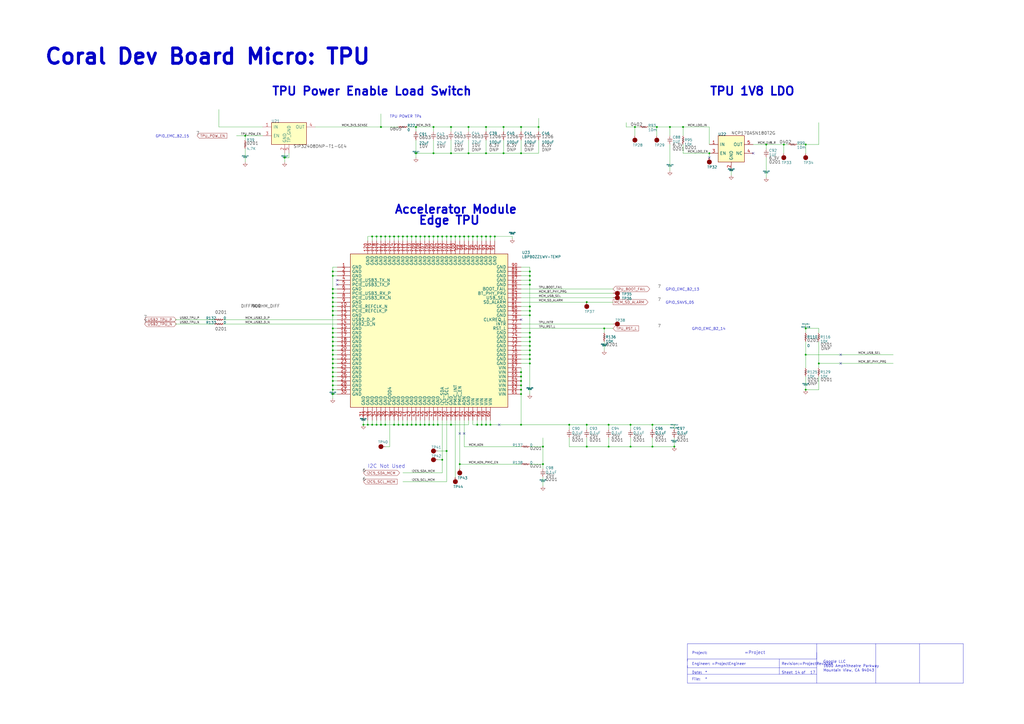
<source format=kicad_sch>
(kicad_sch (version 20230121) (generator eeschema)
  (paper "A2")
  (title_block (title "14 TPU-SchDoc") (date "31 01 2024"))
  (junction (at 340.36 259.08))
  (junction (at 223.52 246.38))
  (junction (at 251.46 246.38))
  (junction (at 246.38 137.16))
  (junction (at 302.26 223.52))
  (junction (at 193.04 223.52))
  (junction (at 302.26 73.66))
  (junction (at 388.62 73.66))
  (junction (at 411.48 88.9))
  (junction (at 193.04 200.66))
  (junction (at 353.06 246.38))
  (junction (at 142.24 78.74))
  (junction (at 248.92 137.16))
  (junction (at 307.34 182.88))
  (junction (at 276.86 246.38))
  (junction (at 261.62 137.16))
  (junction (at 264.16 137.16))
  (junction (at 302.26 226.06))
  (junction (at 474.98 210.82))
  (junction (at 228.6 137.16))
  (junction (at 193.04 218.44))
  (junction (at 307.34 208.28))
  (junction (at 193.04 215.9))
  (junction (at 281.94 88.9))
  (junction (at 193.04 198.12))
  (junction (at 193.04 213.36))
  (junction (at 256.54 266.7))
  (junction (at 220.98 73.66))
  (junction (at 220.98 137.16))
  (junction (at 261.62 246.38))
  (junction (at 236.22 246.38))
  (junction (at 223.52 137.16))
  (junction (at 238.76 137.16))
  (junction (at 251.46 137.16))
  (junction (at 220.98 246.38))
  (junction (at 307.34 157.48))
  (junction (at 302.26 228.6))
  (junction (at 284.48 246.38))
  (junction (at 193.04 195.58))
  (junction (at 193.04 177.8))
  (junction (at 210.82 246.38))
  (junction (at 340.36 175.26))
  (junction (at 271.78 137.16))
  (junction (at 193.04 210.82))
  (junction (at 467.36 190.5))
  (junction (at 391.16 259.08))
  (junction (at 218.44 137.16))
  (junction (at 251.46 88.9))
  (junction (at 396.24 73.66))
  (junction (at 284.48 137.16))
  (junction (at 271.78 73.66))
  (junction (at 233.68 137.16))
  (junction (at 365.76 259.08))
  (junction (at 241.3 88.9))
  (junction (at 266.7 269.24))
  (junction (at 218.44 246.38))
  (junction (at 287.02 137.16))
  (junction (at 213.36 246.38))
  (junction (at 193.04 228.6))
  (junction (at 226.06 137.16))
  (junction (at 271.78 88.9))
  (junction (at 193.04 167.64))
  (junction (at 365.76 246.38))
  (junction (at 467.36 226.06))
  (junction (at 307.34 193.04))
  (junction (at 228.6 246.38))
  (junction (at 243.84 246.38))
  (junction (at 281.94 137.16))
  (junction (at 292.1 88.9))
  (junction (at 193.04 220.98))
  (junction (at 302.26 246.38))
  (junction (at 231.14 246.38))
  (junction (at 233.68 246.38))
  (junction (at 467.36 205.74))
  (junction (at 261.62 88.9))
  (junction (at 276.86 137.16))
  (junction (at 193.04 208.28))
  (junction (at 314.96 259.08))
  (junction (at 368.3 73.66))
  (junction (at 307.34 210.82))
  (junction (at 236.22 137.16))
  (junction (at 302.26 215.9))
  (junction (at 266.7 137.16))
  (junction (at 314.96 269.24))
  (junction (at 454.66 83.82))
  (junction (at 350.52 190.5))
  (junction (at 307.34 162.56))
  (junction (at 307.34 198.12))
  (junction (at 246.38 246.38))
  (junction (at 307.34 200.66))
  (junction (at 256.54 137.16))
  (junction (at 302.26 220.98))
  (junction (at 193.04 203.2))
  (junction (at 281.94 73.66))
  (junction (at 248.92 246.38))
  (junction (at 467.36 83.82))
  (junction (at 254 246.38))
  (junction (at 292.1 73.66))
  (junction (at 243.84 137.16))
  (junction (at 193.04 170.18))
  (junction (at 302.26 218.44))
  (junction (at 193.04 175.26))
  (junction (at 241.3 246.38))
  (junction (at 307.34 205.74))
  (junction (at 353.06 259.08))
  (junction (at 269.24 137.16))
  (junction (at 193.04 157.48))
  (junction (at 307.34 177.8))
  (junction (at 259.08 137.16))
  (junction (at 307.34 180.34))
  (junction (at 241.3 73.66))
  (junction (at 279.4 246.38))
  (junction (at 274.32 137.16))
  (junction (at 193.04 193.04))
  (junction (at 193.04 205.74))
  (junction (at 254 137.16))
  (junction (at 215.9 137.16))
  (junction (at 281.94 246.38))
  (junction (at 193.04 190.5))
  (junction (at 193.04 182.88))
  (junction (at 261.62 73.66))
  (junction (at 279.4 137.16))
  (junction (at 165.1 91.44))
  (junction (at 193.04 160.02))
  (junction (at 340.36 246.38))
  (junction (at 259.08 261.62))
  (junction (at 378.46 259.08))
  (junction (at 251.46 73.66))
  (junction (at 193.04 226.06))
  (junction (at 307.34 160.02))
  (junction (at 381 73.66))
  (junction (at 330.2 246.38))
  (junction (at 193.04 180.34))
  (junction (at 312.42 73.66))
  (junction (at 241.3 137.16))
  (junction (at 215.9 246.38))
  (junction (at 238.76 246.38))
  (junction (at 193.04 172.72))
  (junction (at 307.34 195.58))
  (junction (at 302.26 88.9))
  (junction (at 444.5 83.82))
  (junction (at 231.14 137.16))
  (junction (at 307.34 165.1))
  (junction (at 307.34 203.2))
  (junction (at 378.46 246.38))
  (no_connect (at 487.68 205.74))
  (no_connect (at 195.58 162.56))
  (no_connect (at 302.26 185.42))
  (no_connect (at 411.48 91.44))
  (no_connect (at 195.58 165.1))
  (no_connect (at 266.7 251.46))
  (no_connect (at 289.56 246.38))
  (no_connect (at 487.68 210.82))
  (no_connect (at 436.88 88.9))
  (no_connect (at 269.24 251.46))
  (wire (pts (xy 271.78 88.9) (xy 261.62 88.9)))
  (wire (pts (xy 302.26 259.08) (xy 269.24 259.08)))
  (wire (pts (xy 424.18 99.06) (xy 424.18 101.6)))
  (wire (pts (xy 307.34 228.6) (xy 307.34 210.82)))
  (wire (pts (xy 193.04 228.6) (xy 193.04 226.06)))
  (wire (pts (xy 467.36 190.5) (xy 467.36 187.96)))
  (wire (pts (xy 302.26 223.52) (xy 302.26 220.98)))
  (wire (pts (xy 215.9 246.38) (xy 213.36 246.38)))
  (wire (pts (xy 276.86 246.38) (xy 279.4 246.38)))
  (wire (pts (xy 236.22 243.84) (xy 236.22 246.38)))
  (wire (pts (xy 254 139.7) (xy 254 137.16)))
  (wire (pts (xy 193.04 198.12) (xy 193.04 195.58)))
  (wire (pts (xy 292.1 73.66) (xy 292.1 76.2)))
  (wire (pts (xy 370.84 73.66) (xy 368.3 73.66)))
  (wire (pts (xy 302.26 226.06) (xy 302.26 223.52)))
  (wire (pts (xy 279.4 243.84) (xy 279.4 246.38)))
  (wire (pts (xy 474.98 190.5) (xy 474.98 193.04)))
  (wire (pts (xy 238.76 139.7) (xy 238.76 137.16)))
  (wire (pts (xy 195.58 200.66) (xy 193.04 200.66)))
  (polyline (pts (xy 398.78 387.35) (xy 398.78 386.08)))
  (wire (pts (xy 271.78 246.38) (xy 261.62 246.38)))
  (wire (pts (xy 261.62 137.16) (xy 259.08 137.16)))
  (wire (pts (xy 307.34 208.28) (xy 307.34 205.74)))
  (wire (pts (xy 378.46 259.08) (xy 391.16 259.08)))
  (polyline (pts (xy 398.78 396.24) (xy 398.78 373.38)))
  (polyline (pts (xy 452.12 391.16) (xy 452.12 382.27)))
  (wire (pts (xy 195.58 198.12) (xy 193.04 198.12)))
  (wire (pts (xy 271.78 88.9) (xy 271.78 81.28)))
  (wire (pts (xy 210.82 246.38) (xy 210.82 243.84)))
  (wire (pts (xy 381 73.66) (xy 381 78.74)))
  (polyline (pts (xy 398.78 391.16) (xy 473.71 391.16)))
  (wire (pts (xy 474.98 210.82) (xy 474.98 213.36)))
  (wire (pts (xy 195.58 218.44) (xy 193.04 218.44)))
  (wire (pts (xy 411.48 73.66) (xy 396.24 73.66)))
  (wire (pts (xy 243.84 139.7) (xy 243.84 137.16)))
  (wire (pts (xy 266.7 269.24) (xy 266.7 243.84)))
  (wire (pts (xy 388.62 73.66) (xy 388.62 78.74)))
  (wire (pts (xy 474.98 226.06) (xy 467.36 226.06)))
  (wire (pts (xy 152.4 73.66) (xy 127 73.66)))
  (wire (pts (xy 302.26 200.66) (xy 307.34 200.66)))
  (wire (pts (xy 261.62 76.2) (xy 261.62 73.66)))
  (wire (pts (xy 218.44 246.38) (xy 215.9 246.38)))
  (wire (pts (xy 167.64 91.44) (xy 167.64 88.9)))
  (wire (pts (xy 259.08 243.84) (xy 259.08 261.62)))
  (wire (pts (xy 259.08 261.62) (xy 254 261.62)))
  (wire (pts (xy 302.26 88.9) (xy 292.1 88.9)))
  (wire (pts (xy 195.58 208.28) (xy 193.04 208.28)))
  (wire (pts (xy 307.34 193.04) (xy 302.26 193.04)))
  (wire (pts (xy 271.78 137.16) (xy 269.24 137.16)))
  (wire (pts (xy 368.3 73.66) (xy 363.22 73.66)))
  (wire (pts (xy 302.26 190.5) (xy 350.52 190.5)))
  (wire (pts (xy 378.46 259.08) (xy 378.46 254)))
  (wire (pts (xy 274.32 246.38) (xy 276.86 246.38)))
  (wire (pts (xy 281.94 88.9) (xy 271.78 88.9)))
  (wire (pts (xy 330.2 259.08) (xy 330.2 254)))
  (wire (pts (xy 248.92 243.84) (xy 248.92 246.38)))
  (wire (pts (xy 193.04 170.18) (xy 195.58 170.18)))
  (wire (pts (xy 246.38 243.84) (xy 246.38 246.38)))
  (wire (pts (xy 231.14 137.16) (xy 228.6 137.16)))
  (wire (pts (xy 314.96 269.24) (xy 307.34 269.24)))
  (wire (pts (xy 261.62 246.38) (xy 261.62 243.84)))
  (wire (pts (xy 193.04 167.64) (xy 195.58 167.64)))
  (wire (pts (xy 193.04 157.48) (xy 193.04 154.94)))
  (wire (pts (xy 195.58 172.72) (xy 193.04 172.72)))
  (wire (pts (xy 353.06 259.08) (xy 365.76 259.08)))
  (wire (pts (xy 391.16 246.38) (xy 391.16 248.92)))
  (polyline (pts (xy 473.71 396.24) (xy 473.71 391.16)))
  (wire (pts (xy 264.16 139.7) (xy 264.16 137.16)))
  (polyline (pts (xy 473.71 387.35) (xy 398.78 387.35)))
  (wire (pts (xy 241.3 246.38) (xy 238.76 246.38)))
  (wire (pts (xy 365.76 246.38) (xy 365.76 248.92)))
  (wire (pts (xy 193.04 220.98) (xy 193.04 218.44)))
  (wire (pts (xy 213.36 137.16) (xy 213.36 139.7)))
  (wire (pts (xy 444.5 83.82) (xy 444.5 86.36)))
  (wire (pts (xy 254 137.16) (xy 251.46 137.16)))
  (wire (pts (xy 266.7 137.16) (xy 264.16 137.16)))
  (wire (pts (xy 340.36 246.38) (xy 340.36 248.92)))
  (wire (pts (xy 467.36 193.04) (xy 467.36 190.5)))
  (wire (pts (xy 228.6 246.38) (xy 228.6 243.84)))
  (wire (pts (xy 223.52 137.16) (xy 220.98 137.16)))
  (wire (pts (xy 193.04 223.52) (xy 193.04 220.98)))
  (wire (pts (xy 246.38 246.38) (xy 243.84 246.38)))
  (wire (pts (xy 474.98 218.44) (xy 474.98 226.06)))
  (wire (pts (xy 193.04 205.74) (xy 193.04 203.2)))
  (wire (pts (xy 254 246.38) (xy 251.46 246.38)))
  (wire (pts (xy 279.4 246.38) (xy 281.94 246.38)))
  (wire (pts (xy 246.38 137.16) (xy 243.84 137.16)))
  (wire (pts (xy 355.6 167.64) (xy 302.26 167.64)))
  (wire (pts (xy 287.02 139.7) (xy 287.02 137.16)))
  (wire (pts (xy 215.9 243.84) (xy 215.9 246.38)))
  (wire (pts (xy 302.26 215.9) (xy 302.26 213.36)))
  (wire (pts (xy 365.76 254) (xy 365.76 259.08)))
  (wire (pts (xy 307.34 203.2) (xy 307.34 200.66)))
  (wire (pts (xy 241.3 88.9) (xy 241.3 91.44)))
  (wire (pts (xy 228.6 139.7) (xy 228.6 137.16)))
  (wire (pts (xy 261.62 73.66) (xy 251.46 73.66)))
  (wire (pts (xy 193.04 182.88) (xy 193.04 190.5)))
  (wire (pts (xy 271.78 139.7) (xy 271.78 137.16)))
  (wire (pts (xy 302.26 246.38) (xy 302.26 228.6)))
  (wire (pts (xy 223.52 246.38) (xy 220.98 246.38)))
  (wire (pts (xy 195.58 195.58) (xy 193.04 195.58)))
  (polyline (pts (xy 473.71 373.38) (xy 473.71 382.27)))
  (wire (pts (xy 314.96 271.78) (xy 314.96 269.24)))
  (wire (pts (xy 355.6 190.5) (xy 350.52 190.5)))
  (wire (pts (xy 233.68 139.7) (xy 233.68 137.16)))
  (wire (pts (xy 292.1 73.66) (xy 281.94 73.66)))
  (polyline (pts (xy 473.71 382.27) (xy 398.78 382.27)))
  (wire (pts (xy 193.04 205.74) (xy 193.04 208.28)))
  (wire (pts (xy 251.46 73.66) (xy 251.46 76.2)))
  (wire (pts (xy 281.94 76.2) (xy 281.94 73.66)))
  (wire (pts (xy 307.34 182.88) (xy 307.34 180.34)))
  (wire (pts (xy 312.42 73.66) (xy 302.26 73.66)))
  (wire (pts (xy 231.14 246.38) (xy 231.14 243.84)))
  (wire (pts (xy 284.48 246.38) (xy 302.26 246.38)))
  (wire (pts (xy 218.44 137.16) (xy 215.9 137.16)))
  (wire (pts (xy 165.1 91.44) (xy 167.64 91.44)))
  (polyline (pts (xy 473.71 391.16) (xy 473.71 387.35)))
  (wire (pts (xy 195.58 228.6) (xy 193.04 228.6)))
  (wire (pts (xy 195.58 182.88) (xy 193.04 182.88)))
  (wire (pts (xy 307.34 157.48) (xy 307.34 154.94)))
  (wire (pts (xy 302.26 182.88) (xy 307.34 182.88)))
  (wire (pts (xy 340.36 254) (xy 340.36 259.08)))
  (wire (pts (xy 467.36 83.82) (xy 467.36 88.9)))
  (polyline (pts (xy 533.4 396.24) (xy 533.4 373.38)))
  (wire (pts (xy 251.46 246.38) (xy 248.92 246.38)))
  (wire (pts (xy 193.04 218.44) (xy 193.04 215.9)))
  (wire (pts (xy 193.04 154.94) (xy 195.58 154.94)))
  (wire (pts (xy 378.46 248.92) (xy 378.46 246.38)))
  (wire (pts (xy 142.24 78.74) (xy 137.16 78.74)))
  (wire (pts (xy 233.68 243.84) (xy 233.68 246.38)))
  (wire (pts (xy 259.08 139.7) (xy 259.08 137.16)))
  (wire (pts (xy 454.66 83.82) (xy 444.5 83.82)))
  (wire (pts (xy 276.86 137.16) (xy 274.32 137.16)))
  (wire (pts (xy 248.92 139.7) (xy 248.92 137.16)))
  (wire (pts (xy 297.18 138.43) (xy 297.18 137.16)))
  (wire (pts (xy 213.36 246.38) (xy 210.82 246.38)))
  (wire (pts (xy 256.54 274.32) (xy 256.54 266.7)))
  (wire (pts (xy 381 73.66) (xy 375.92 73.66)))
  (wire (pts (xy 474.98 71.12) (xy 474.98 83.82)))
  (wire (pts (xy 220.98 139.7) (xy 220.98 137.16)))
  (wire (pts (xy 223.52 259.08) (xy 226.06 259.08)))
  (wire (pts (xy 340.36 246.38) (xy 353.06 246.38)))
  (wire (pts (xy 302.26 218.44) (xy 302.26 215.9)))
  (wire (pts (xy 241.3 73.66) (xy 236.22 73.66)))
  (wire (pts (xy 243.84 246.38) (xy 241.3 246.38)))
  (wire (pts (xy 243.84 137.16) (xy 241.3 137.16)))
  (wire (pts (xy 251.46 243.84) (xy 251.46 246.38)))
  (wire (pts (xy 248.92 246.38) (xy 246.38 246.38)))
  (wire (pts (xy 302.26 269.24) (xy 266.7 269.24)))
  (wire (pts (xy 302.26 220.98) (xy 302.26 218.44)))
  (wire (pts (xy 228.6 246.38) (xy 223.52 246.38)))
  (wire (pts (xy 274.32 243.84) (xy 274.32 246.38)))
  (wire (pts (xy 152.4 78.74) (xy 142.24 78.74)))
  (wire (pts (xy 307.34 154.94) (xy 302.26 154.94)))
  (wire (pts (xy 314.96 281.94) (xy 314.96 276.86)))
  (wire (pts (xy 220.98 73.66) (xy 220.98 66.04)))
  (wire (pts (xy 350.52 198.12) (xy 350.52 203.2)))
  (wire (pts (xy 269.24 137.16) (xy 266.7 137.16)))
  (wire (pts (xy 355.6 170.18) (xy 302.26 170.18)))
  (wire (pts (xy 195.58 226.06) (xy 193.04 226.06)))
  (wire (pts (xy 307.34 177.8) (xy 307.34 165.1)))
  (wire (pts (xy 302.26 177.8) (xy 307.34 177.8)))
  (wire (pts (xy 215.9 137.16) (xy 213.36 137.16)))
  (wire (pts (xy 467.36 198.12) (xy 467.36 205.74)))
  (wire (pts (xy 302.26 175.26) (xy 340.36 175.26)))
  (wire (pts (xy 391.16 259.08) (xy 391.16 254)))
  (wire (pts (xy 142.24 78.74) (xy 142.24 81.28)))
  (wire (pts (xy 396.24 88.9) (xy 411.48 88.9)))
  (wire (pts (xy 246.38 139.7) (xy 246.38 137.16)))
  (wire (pts (xy 287.02 137.16) (xy 284.48 137.16)))
  (wire (pts (xy 363.22 73.66) (xy 363.22 71.12)))
  (wire (pts (xy 312.42 68.58) (xy 312.42 73.66)))
  (wire (pts (xy 281.94 88.9) (xy 281.94 81.28)))
  (wire (pts (xy 241.3 81.28) (xy 241.3 88.9)))
  (wire (pts (xy 195.58 193.04) (xy 193.04 193.04)))
  (wire (pts (xy 193.04 160.02) (xy 193.04 157.48)))
  (wire (pts (xy 314.96 259.08) (xy 307.34 259.08)))
  (wire (pts (xy 365.76 246.38) (xy 378.46 246.38)))
  (wire (pts (xy 218.44 243.84) (xy 218.44 246.38)))
  (wire (pts (xy 243.84 243.84) (xy 243.84 246.38)))
  (wire (pts (xy 142.24 93.98) (xy 142.24 86.36)))
  (wire (pts (xy 302.26 195.58) (xy 307.34 195.58)))
  (wire (pts (xy 193.04 210.82) (xy 193.04 208.28)))
  (wire (pts (xy 195.58 160.02) (xy 193.04 160.02)))
  (wire (pts (xy 231.14 139.7) (xy 231.14 137.16)))
  (wire (pts (xy 195.58 220.98) (xy 193.04 220.98)))
  (wire (pts (xy 444.5 91.44) (xy 444.5 102.87)))
  (wire (pts (xy 353.06 259.08) (xy 353.06 254)))
  (wire (pts (xy 259.08 279.4) (xy 233.68 279.4)))
  (wire (pts (xy 251.46 88.9) (xy 251.46 81.28)))
  (wire (pts (xy 284.48 139.7) (xy 284.48 137.16)))
  (wire (pts (xy 340.36 175.26) (xy 355.6 175.26)))
  (wire (pts (xy 411.48 88.9) (xy 411.48 91.44)))
  (wire (pts (xy 248.92 137.16) (xy 246.38 137.16)))
  (wire (pts (xy 165.1 93.98) (xy 165.1 91.44)))
  (wire (pts (xy 233.68 137.16) (xy 231.14 137.16)))
  (wire (pts (xy 241.3 139.7) (xy 241.3 137.16)))
  (wire (pts (xy 302.26 157.48) (xy 307.34 157.48)))
  (wire (pts (xy 236.22 246.38) (xy 233.68 246.38)))
  (wire (pts (xy 284.48 137.16) (xy 281.94 137.16)))
  (wire (pts (xy 518.16 205.74) (xy 467.36 205.74)))
  (wire (pts (xy 238.76 137.16) (xy 236.22 137.16)))
  (wire (pts (xy 302.26 160.02) (xy 307.34 160.02)))
  (wire (pts (xy 467.36 205.74) (xy 467.36 213.36)))
  (wire (pts (xy 281.94 139.7) (xy 281.94 137.16)))
  (wire (pts (xy 241.3 76.2) (xy 241.3 73.66)))
  (wire (pts (xy 269.24 139.7) (xy 269.24 137.16)))
  (wire (pts (xy 365.76 259.08) (xy 378.46 259.08)))
  (wire (pts (xy 292.1 81.28) (xy 292.1 88.9)))
  (wire (pts (xy 388.62 99.06) (xy 388.62 83.82)))
  (wire (pts (xy 307.34 200.66) (xy 307.34 198.12)))
  (wire (pts (xy 307.34 177.8) (xy 307.34 180.34)))
  (wire (pts (xy 251.46 137.16) (xy 248.92 137.16)))
  (wire (pts (xy 302.26 228.6) (xy 302.26 226.06)))
  (polyline (pts (xy 398.78 396.24) (xy 558.8 396.24)))
  (wire (pts (xy 193.04 177.8) (xy 193.04 180.34)))
  (wire (pts (xy 228.6 137.16) (xy 226.06 137.16)))
  (wire (pts (xy 388.62 73.66) (xy 381 73.66)))
  (wire (pts (xy 314.96 254) (xy 314.96 259.08)))
  (wire (pts (xy 124.46 185.42) (xy 101.6 185.42)))
  (wire (pts (xy 259.08 261.62) (xy 259.08 279.4)))
  (wire (pts (xy 226.06 137.16) (xy 223.52 137.16)))
  (wire (pts (xy 193.04 172.72) (xy 193.04 175.26)))
  (wire (pts (xy 193.04 172.72) (xy 193.04 170.18)))
  (wire (pts (xy 411.48 83.82) (xy 411.48 73.66)))
  (polyline (pts (xy 508 396.24) (xy 508 373.38)))
  (wire (pts (xy 281.94 73.66) (xy 271.78 73.66)))
  (wire (pts (xy 233.68 246.38) (xy 231.14 246.38)))
  (wire (pts (xy 193.04 182.88) (xy 193.04 180.34)))
  (wire (pts (xy 271.78 243.84) (xy 271.78 246.38)))
  (wire (pts (xy 193.04 200.66) (xy 193.04 203.2)))
  (wire (pts (xy 302.26 162.56) (xy 307.34 162.56)))
  (wire (pts (xy 518.16 210.82) (xy 474.98 210.82)))
  (wire (pts (xy 251.46 88.9) (xy 241.3 88.9)))
  (wire (pts (xy 274.32 137.16) (xy 271.78 137.16)))
  (wire (pts (xy 193.04 170.18) (xy 193.04 167.64)))
  (wire (pts (xy 195.58 205.74) (xy 193.04 205.74)))
  (wire (pts (xy 195.58 203.2) (xy 193.04 203.2)))
  (wire (pts (xy 193.04 231.14) (xy 193.04 228.6)))
  (wire (pts (xy 261.62 88.9) (xy 251.46 88.9)))
  (wire (pts (xy 467.36 190.5) (xy 474.98 190.5)))
  (wire (pts (xy 266.7 139.7) (xy 266.7 137.16)))
  (wire (pts (xy 307.34 195.58) (xy 307.34 193.04)))
  (wire (pts (xy 124.46 187.96) (xy 101.6 187.96)))
  (polyline (pts (xy 398.78 373.38) (xy 558.8 373.38)))
  (wire (pts (xy 195.58 187.96) (xy 129.54 187.96)))
  (wire (pts (xy 302.26 76.2) (xy 302.26 73.66)))
  (wire (pts (xy 307.34 193.04) (xy 307.34 182.88)))
  (wire (pts (xy 193.04 215.9) (xy 193.04 213.36)))
  (wire (pts (xy 195.58 223.52) (xy 193.04 223.52)))
  (wire (pts (xy 281.94 137.16) (xy 279.4 137.16)))
  (wire (pts (xy 241.3 137.16) (xy 238.76 137.16)))
  (wire (pts (xy 396.24 83.82) (xy 396.24 88.9)))
  (wire (pts (xy 213.36 243.84) (xy 213.36 246.38)))
  (wire (pts (xy 193.04 213.36) (xy 193.04 210.82)))
  (wire (pts (xy 474.98 210.82) (xy 474.98 198.12)))
  (wire (pts (xy 355.6 187.96) (xy 302.26 187.96)))
  (wire (pts (xy 236.22 137.16) (xy 233.68 137.16)))
  (wire (pts (xy 266.7 271.78) (xy 266.7 269.24)))
  (wire (pts (xy 307.34 160.02) (xy 307.34 157.48)))
  (wire (pts (xy 353.06 248.92) (xy 353.06 246.38)))
  (wire (pts (xy 292.1 88.9) (xy 281.94 88.9)))
  (wire (pts (xy 274.32 139.7) (xy 274.32 137.16)))
  (wire (pts (xy 353.06 246.38) (xy 365.76 246.38)))
  (wire (pts (xy 312.42 88.9) (xy 302.26 88.9)))
  (wire (pts (xy 193.04 200.66) (xy 193.04 198.12)))
  (wire (pts (xy 261.62 81.28) (xy 261.62 88.9)))
  (wire (pts (xy 264.16 276.86) (xy 264.16 243.84)))
  (wire (pts (xy 231.14 73.66) (xy 220.98 73.66)))
  (wire (pts (xy 312.42 81.28) (xy 312.42 88.9)))
  (wire (pts (xy 236.22 139.7) (xy 236.22 137.16)))
  (wire (pts (xy 307.34 165.1) (xy 307.34 162.56)))
  (polyline (pts (xy 473.71 378.46) (xy 473.71 387.35)))
  (wire (pts (xy 220.98 243.84) (xy 220.98 246.38)))
  (polyline (pts (xy 558.8 396.24) (xy 558.8 373.38)))
  (wire (pts (xy 226.06 259.08) (xy 226.06 243.84)))
  (wire (pts (xy 259.08 137.16) (xy 256.54 137.16)))
  (wire (pts (xy 256.54 139.7) (xy 256.54 137.16)))
  (wire (pts (xy 251.46 73.66) (xy 241.3 73.66)))
  (wire (pts (xy 302.26 172.72) (xy 355.6 172.72)))
  (wire (pts (xy 340.36 259.08) (xy 330.2 259.08)))
  (wire (pts (xy 279.4 139.7) (xy 279.4 137.16)))
  (wire (pts (xy 226.06 139.7) (xy 226.06 137.16)))
  (wire (pts (xy 195.58 185.42) (xy 129.54 185.42)))
  (wire (pts (xy 281.94 243.84) (xy 281.94 246.38)))
  (wire (pts (xy 467.36 226.06) (xy 467.36 218.44)))
  (wire (pts (xy 276.86 139.7) (xy 276.86 137.16)))
  (wire (pts (xy 350.52 190.5) (xy 350.52 193.04)))
  (wire (pts (xy 233.68 274.32) (xy 256.54 274.32)))
  (wire (pts (xy 256.54 266.7) (xy 256.54 243.84)))
  (wire (pts (xy 314.96 259.08) (xy 314.96 269.24)))
  (wire (pts (xy 312.42 76.2) (xy 312.42 73.66)))
  (wire (pts (xy 193.04 175.26) (xy 193.04 177.8)))
  (polyline (pts (xy 398.78 382.27) (xy 398.78 383.54)))
  (wire (pts (xy 276.86 243.84) (xy 276.86 246.38)))
  (wire (pts (xy 193.04 167.64) (xy 193.04 160.02)))
  (wire (pts (xy 165.1 91.44) (xy 165.1 88.9)))
  (wire (pts (xy 297.18 137.16) (xy 287.02 137.16)))
  (wire (pts (xy 302.26 208.28) (xy 307.34 208.28)))
  (wire (pts (xy 261.62 139.7) (xy 261.62 137.16)))
  (wire (pts (xy 193.04 157.48) (xy 195.58 157.48)))
  (wire (pts (xy 223.52 243.84) (xy 223.52 246.38)))
  (wire (pts (xy 223.52 139.7) (xy 223.52 137.16)))
  (wire (pts (xy 302.26 165.1) (xy 307.34 165.1)))
  (wire (pts (xy 302.26 198.12) (xy 307.34 198.12)))
  (wire (pts (xy 220.98 246.38) (xy 218.44 246.38)))
  (wire (pts (xy 256.54 266.7) (xy 254 266.7)))
  (wire (pts (xy 302.26 203.2) (xy 307.34 203.2)))
  (wire (pts (xy 307.34 180.34) (xy 302.26 180.34)))
  (wire (pts (xy 378.46 246.38) (xy 391.16 246.38)))
  (wire (pts (xy 340.36 259.08) (xy 353.06 259.08)))
  (wire (pts (xy 302.26 73.66) (xy 292.1 73.66)))
  (wire (pts (xy 454.66 83.82) (xy 454.66 88.9)))
  (wire (pts (xy 302.26 210.82) (xy 307.34 210.82)))
  (wire (pts (xy 396.24 73.66) (xy 396.24 78.74)))
  (wire (pts (xy 269.24 259.08) (xy 269.24 243.84)))
  (wire (pts (xy 241.3 243.84) (xy 241.3 246.38)))
  (wire (pts (xy 195.58 180.34) (xy 193.04 180.34)))
  (wire (pts (xy 220.98 73.66) (xy 182.88 73.66)))
  (wire (pts (xy 238.76 246.38) (xy 236.22 246.38)))
  (wire (pts (xy 279.4 137.16) (xy 276.86 137.16)))
  (wire (pts (xy 256.54 137.16) (xy 254 137.16)))
  (wire (pts (xy 368.3 73.66) (xy 368.3 78.74)))
  (wire (pts (xy 330.2 246.38) (xy 330.2 248.92)))
  (wire (pts (xy 302.26 246.38) (xy 330.2 246.38)))
  (wire (pts (xy 330.2 246.38) (xy 340.36 246.38)))
  (wire (pts (xy 307.34 198.12) (xy 307.34 195.58)))
  (wire (pts (xy 127 73.66) (xy 127 63.5)))
  (wire (pts (xy 457.2 83.82) (xy 454.66 83.82)))
  (wire (pts (xy 467.36 83.82) (xy 462.28 83.82)))
  (wire (pts (xy 302.26 81.28) (xy 302.26 88.9)))
  (wire (pts (xy 396.24 73.66) (xy 388.62 73.66)))
  (wire (pts (xy 307.34 162.56) (xy 307.34 160.02)))
  (wire (pts (xy 302.26 205.74) (xy 307.34 205.74)))
  (wire (pts (xy 271.78 73.66) (xy 271.78 76.2)))
  (wire (pts (xy 193.04 177.8) (xy 195.58 177.8)))
  (wire (pts (xy 218.44 139.7) (xy 218.44 137.16)))
  (wire (pts (xy 261.62 246.38) (xy 254 246.38)))
  (wire (pts (xy 193.04 193.04) (xy 193.04 190.5)))
  (wire (pts (xy 254 243.84) (xy 254 246.38)))
  (wire (pts (xy 195.58 210.82) (xy 193.04 210.82)))
  (wire (pts (xy 271.78 73.66) (xy 261.62 73.66)))
  (wire (pts (xy 195.58 213.36) (xy 193.04 213.36)))
  (wire (pts (xy 444.5 83.82) (xy 436.88 83.82)))
  (wire (pts (xy 474.98 83.82) (xy 467.36 83.82)))
  (wire (pts (xy 193.04 195.58) (xy 193.04 193.04)))
  (wire (pts (xy 251.46 139.7) (xy 251.46 137.16)))
  (wire (pts (xy 307.34 210.82) (xy 307.34 208.28)))
  (wire (pts (xy 193.04 190.5) (xy 195.58 190.5)))
  (wire (pts (xy 238.76 243.84) (xy 238.76 246.38)))
  (wire (pts (xy 215.9 139.7) (xy 215.9 137.16)))
  (wire (pts (xy 195.58 215.9) (xy 193.04 215.9)))
  (wire (pts (xy 284.48 243.84) (xy 284.48 246.38)))
  (wire (pts (xy 307.34 205.74) (xy 307.34 203.2)))
  (wire (pts (xy 193.04 175.26) (xy 195.58 175.26)))
  (wire (pts (xy 281.94 246.38) (xy 284.48 246.38)))
  (wire (pts (xy 193.04 226.06) (xy 193.04 223.52)))
  (wire (pts (xy 264.16 137.16) (xy 261.62 137.16)))
  (wire (pts (xy 220.98 137.16) (xy 218.44 137.16)))
  (wire (pts (xy 231.14 246.38) (xy 228.6 246.38)))
  (text "14" (at 461.01 391.16 0) (effects (font (size 1.524 1.524)) (justify left bottom)))
  (text "*" (at 408.94 394.97 0) (effects (font (size 1.524 1.524)) (justify left bottom)))
  (text "1600 Amphitheatre Parkway" (at 477.52 387.35 0) (effects (font (size 1.524 1.524)) (justify left bottom)))
  (text "Coral Dev Board Micro: TPU" (at 25.4 38.1 0) (effects (font (size 8.8392 8.8392) (thickness 1.7678) bold) (justify left bottom)))
  (text "TPU Power Enable Load Switch" (at 157.48 55.88 0) (effects (font (size 4.8768 4.8768) (thickness 0.9754) bold) (justify left bottom)))
  (text "GPIO_EMC_B2_13" (at 386.08 168.91 0) (effects (font (size 1.524 1.524)) (justify left bottom)))
  (text "Engineer:" (at 401.32 386.08 0) (effects (font (size 1.524 1.524)) (justify left bottom)))
  (text "Edge TPU" (at 242.57 130.81 0) (effects (font (size 4.8768 4.8768) (thickness 0.9754) bold) (justify left bottom)))
  (text "I2C Not Used" (at 213.36 271.78 0) (effects (font (size 2.1336 2.1336)) (justify left bottom)))
  (text "17" (at 469.9 391.16 0) (effects (font (size 1.524 1.524)) (justify left bottom)))
  (text "Revision:" (at 453.39 386.08 0) (effects (font (size 1.524 1.524)) (justify left bottom)))
  (text "Mountain View, CA 94043" (at 477.52 389.89 0) (effects (font (size 1.524 1.524)) (justify left bottom)))
  (text "Date:" (at 401.32 391.16 0) (effects (font (size 1.524 1.524)) (justify left bottom)))
  (text "GPIO_EMC_B2_15" (at 90.17 80.01 0) (effects (font (size 1.524 1.524)) (justify left bottom)))
  (text "TPU POWER TPs" (at 226.06 68.58 0) (effects (font (size 1.524 1.524)) (justify left bottom)))
  (text "TPU 1V8 LDO" (at 411.48 55.88 0) (effects (font (size 4.8768 4.8768) (thickness 0.9754) bold) (justify left bottom)))
  (text "Google LLC" (at 477.52 384.81 0) (effects (font (size 1.524 1.524)) (justify left bottom)))
  (text "*" (at 408.94 391.16 0) (effects (font (size 1.524 1.524)) (justify left bottom)))
  (text "GPIO_SNVS_05" (at 386.08 176.53 0) (effects (font (size 1.524 1.524)) (justify left bottom)))
  (text "=ProjectRevision" (at 463.55 386.08 0) (effects (font (size 1.524 1.524)) (justify left bottom)))
  (text "=ProjectEngineer" (at 412.75 386.08 0) (effects (font (size 1.524 1.524)) (justify left bottom)))
  (text "GPIO_EMC_B2_14" (at 401.32 191.77 0) (effects (font (size 1.524 1.524)) (justify left bottom)))
  (text "Sheet" (at 453.39 391.16 0) (effects (font (size 1.524 1.524)) (justify left bottom)))
  (text "Accelerator Module" (at 228.6 124.46 0) (effects (font (size 4.8768 4.8768) (thickness 0.9754) bold) (justify left bottom)))
  (text "=Project" (at 431.8 379.73 0) (effects (font (size 1.8288 1.8288)) (justify left bottom)))
  (text "Project:" (at 401.32 379.73 0) (effects (font (size 1.524 1.524)) (justify left bottom)))
  (text "File:" (at 401.32 394.97 0) (effects (font (size 1.524 1.524)) (justify left bottom)))
  (text "of" (at 464.82 391.16 0) (effects (font (size 1.524 1.524)) (justify left bottom)))
  (label "0201" (at 307.34 261.62 0) (effects (font (size 1.778 1.778))))
  (label "25V" (at 316.484 277.368 0) (effects (font (size 1.778 1.778))))
  (label "MCM_AON_PMIC_EN" (at 271.78 269.24 0) (effects (font (size 1.2192 1.2192))))
  (label "6" (at 210.312 274.32 0) (effects (font (size 1.778 1.778))))
  (label "0402" (at 365.76 73.66 0) (effects (font (size 1.778 1.778))))
  (label "10V" (at 243.078 86.36 0) (effects (font (size 1.778 1.778))))
  (label "USB2_TPU_P" (at 104.14 185.42 0) (effects (font (size 1.2192 1.2192))))
  (label "DNP" (at 476.25 203.708 0) (effects (font (size 1.778 1.778))))
  (label "0603" (at 243.078 81.28 0) (effects (font (size 1.778 1.778))))
  (label "25V" (at 354.584 254.508 0) (effects (font (size 1.778 1.778))))
  (label "0201" (at 468.122 198.882 0) (effects (font (size 1.778 1.778))))
  (label "I2C5_SDA_MCM" (at 238.76 274.32 0) (effects (font (size 1.2192 1.2192))))
  (label "25V" (at 331.724 254.508 0) (effects (font (size 1.778 1.778))))
  (label "0402" (at 452.12 83.82 0) (effects (font (size 1.778 1.778))))
  (label "6.3V" (at 446.024 93.218 0) (effects (font (size 1.778 1.778))))
  (label "0201" (at 331.724 256.794 0) (effects (font (size 1.778 1.778))))
  (label "0201" (at 446.024 95.504 0) (effects (font (size 1.778 1.778))))
  (label "0201" (at 367.284 256.794 0) (effects (font (size 1.778 1.778))))
  (label "DNP" (at 283.718 88.392 0) (effects (font (size 1.778 1.778))))
  (label "0201" (at 468.376 221.742 0) (effects (font (size 1.778 1.778))))
  (label "7" (at 381.508 175.26 0) (effects (font (size 1.778 1.778))))
  (label "7" (at 83.312 185.42 0) (effects (font (size 1.778 1.778))))
  (label "0201" (at 351.536 201.422 0) (effects (font (size 1.778 1.778))))
  (label "6.3V" (at 390.144 85.598 0) (effects (font (size 1.778 1.778))))
  (label "7" (at 381.508 190.5 0) (effects (font (size 1.778 1.778))))
  (label "1206" (at 293.878 80.772 0) (effects (font (size 1.778 1.778))))
  (label "25V" (at 379.984 254.508 0) (effects (font (size 1.778 1.778))))
  (label "6.3V" (at 304.038 85.852 0) (effects (font (size 1.778 1.778))))
  (label "7" (at 83.312 187.96 0) (effects (font (size 1.778 1.778))))
  (label "0201" (at 475.996 221.742 0) (effects (font (size 1.778 1.778))))
  (label "DNP" (at 468.63 224.028 0) (effects (font (size 1.778 1.778))))
  (label "6.3V" (at 293.878 85.852 0) (effects (font (size 1.778 1.778))))
  (label "0201" (at 124.714 182.626 0) (effects (font (size 1.778 1.778))))
  (label "MCM_USB_SEL" (at 497.84 205.74 0) (effects (font (size 1.2192 1.2192))))
  (label "7" (at 381.508 167.64 0) (effects (font (size 1.778 1.778))))
  (label "MCM_1V8_R" (at 439.42 83.82 0) (effects (font (size 1.2192 1.2192))))
  (label "6.3V" (at 314.198 85.852 0) (effects (font (size 1.778 1.778))))
  (label "0201" (at 143.002 84.582 0) (effects (font (size 1.778 1.778))))
  (label "0603" (at 273.558 80.772 0) (effects (font (size 1.778 1.778))))
  (label "USB2_TPU_N" (at 104.14 187.96 0) (effects (font (size 1.2192 1.2192))))
  (label "MCM_USB_SEL" (at 312.42 172.72 0) (effects (font (size 1.2192 1.2192))))
  (label "0201" (at 341.884 256.794 0) (effects (font (size 1.778 1.778))))
  (label "DIFFPAIR" (at 139.7 179.07 0) (effects (font (size 1.778 1.778))))
  (label "TPU_BOOT_FAIL" (at 312.42 167.64 0) (effects (font (size 1.2192 1.2192))))
  (label "MCM_3V3_SENSE" (at 198.12 73.66 0) (effects (font (size 1.2192 1.2192))))
  (label "0805" (at 226.06 76.2 0) (effects (font (size 1.778 1.778))))
  (label "10V" (at 263.398 85.852 0) (effects (font (size 1.778 1.778))))
  (label "MCM_3V3" (at 241.3 73.66 0) (effects (font (size 1.2192 1.2192))))
  (label "MCM_LDO_IN" (at 398.78 73.66 0) (effects (font (size 1.2192 1.2192))))
  (label "0201" (at 316.484 279.654 0) (effects (font (size 1.778 1.778))))
  (label "1206" (at 314.198 80.772 0) (effects (font (size 1.778 1.778))))
  (label "25V" (at 341.884 254.508 0) (effects (font (size 1.778 1.778))))
  (label "MCM_USB2_D_N" (at 142.24 187.96 0) (effects (font (size 1.2192 1.2192))))
  (label "1206" (at 304.038 80.772 0) (effects (font (size 1.778 1.778))))
  (label "MCM_SD_ALARM" (at 312.42 175.26 0) (effects (font (size 1.2192 1.2192))))
  (label "10V" (at 253.238 86.36 0) (effects (font (size 1.778 1.778))))
  (label "SIP32408DNP-T1-GE4" (at 170.18 86.36 0) (effects (font (size 1.778 1.778))))
  (label "MCM_BT_PHY_PRG" (at 497.84 210.82 0) (effects (font (size 1.2192 1.2192))))
  (label "90OHM_DIFF" (at 146.05 179.07 0) (effects (font (size 1.778 1.778))))
  (label "10V" (at 273.558 85.852 0) (effects (font (size 1.778 1.778))))
  (label "6.3V" (at 283.718 85.852 0) (effects (font (size 1.778 1.778))))
  (label "25V" (at 367.284 254.508 0) (effects (font (size 1.778 1.778))))
  (label "1206" (at 283.718 80.772 0) (effects (font (size 1.778 1.778))))
  (label "MCM_AON" (at 271.78 259.08 0) (effects (font (size 1.2192 1.2192))))
  (label "0201" (at 392.684 256.794 0) (effects (font (size 1.778 1.778))))
  (label "0201" (at 390.144 87.884 0) (effects (font (size 1.778 1.778))))
  (label "TPU_RST_L" (at 312.42 190.5 0) (effects (font (size 1.2192 1.2192))))
  (label "6" (at 210.312 279.4 0) (effects (font (size 1.778 1.778))))
  (label "7" (at 113.792 78.74 0) (effects (font (size 1.778 1.778))))
  (label "DNP" (at 314.198 88.392 0) (effects (font (size 1.778 1.778))))
  (label "0603" (at 263.398 80.772 0) (effects (font (size 1.778 1.778))))
  (label "TPU_POW_EN" (at 139.7 78.74 0) (effects (font (size 1.2192 1.2192))))
  (label "0201" (at 379.984 256.794 0) (effects (font (size 1.778 1.778))))
  (label "0201" (at 307.34 271.78 0) (effects (font (size 1.778 1.778))))
  (label "0201" (at 397.256 87.122 0) (effects (font (size 1.778 1.778))))
  (label "DNP" (at 293.878 88.392 0) (effects (font (size 1.778 1.778))))
  (label "I2C5_SCL_MCM" (at 238.76 279.4 0) (effects (font (size 1.2192 1.2192))))
  (label "DNP" (at 304.038 88.392 0) (effects (font (size 1.778 1.778))))
  (label "MCM_LDO_EN" (at 398.78 88.9 0) (effects (font (size 1.2192 1.2192))))
  (label "0201" (at 354.584 256.794 0) (effects (font (size 1.778 1.778))))
  (label "NCP170ASN180T2G" (at 424.18 78.74 0) (effects (font (size 1.778 1.778))))
  (label "25V" (at 392.684 254.508 0) (effects (font (size 1.778 1.778))))
  (label "DNP" (at 263.398 88.392 0) (effects (font (size 1.778 1.778))))
  (label "0201" (at 124.714 192.278 0) (effects (font (size 1.778 1.778))))
  (label "0201" (at 475.996 201.422 0) (effects (font (size 1.778 1.778))))
  (label "MCM_USB2_D_P" (at 142.24 185.42 0) (effects (font (size 1.2192 1.2192))))
  (label "0603" (at 253.238 81.28 0) (effects (font (size 1.778 1.778))))
  (label "TPU_INTR" (at 312.42 187.96 0) (effects (font (size 1.2192 1.2192))))
  (label "DNP" (at 273.558 88.392 0) (effects (font (size 1.778 1.778))))
  (label "MCM_BT_PHY_PRG" (at 312.42 170.18 0) (effects (font (size 1.2192 1.2192))))
  (global_label "USB2_TPU_P" (shape bidirectional) (at 83.82 185.42 0) (effects (font (size 1.524 1.524))) (property "Intersheetrefs" "${INTERSHEET_REFS}" (effects hide)))
  (global_label "I2C5_SDA_MCM" (shape bidirectional) (at 210.82 274.32 0) (effects (font (size 1.524 1.524))) (property "Intersheetrefs" "${INTERSHEET_REFS}" (effects hide)))
  (global_label "USB2_TPU_N" (shape bidirectional) (at 83.82 187.96 0) (effects (font (size 1.524 1.524))) (property "Intersheetrefs" "${INTERSHEET_REFS}" (effects hide)))
  (global_label "TPU_RST_L" (shape input) (at 355.6 190.5 0) (effects (font (size 1.524 1.524))) (property "Intersheetrefs" "${INTERSHEET_REFS}" (effects hide)))
  (global_label "TPU_POW_EN" (shape input) (at 114.3 78.74 0) (effects (font (size 1.524 1.524))) (property "Intersheetrefs" "${INTERSHEET_REFS}" (effects hide)))
  (global_label "MCM_SD_ALARM" (shape output) (at 355.6 175.26 0) (effects (font (size 1.524 1.524))) (property "Intersheetrefs" "${INTERSHEET_REFS}" (effects hide)))
  (global_label "TPU_BOOT_FAIL" (shape bidirectional) (at 355.6 167.64 0) (effects (font (size 1.524 1.524))) (property "Intersheetrefs" "${INTERSHEET_REFS}" (effects hide)))
  (global_label "I2C5_SCL_MCM" (shape input) (at 210.82 279.4 0) (effects (font (size 1.524 1.524))) (property "Intersheetrefs" "${INTERSHEET_REFS}" (effects hide)))
  (symbol (lib_id "14 TPU-SchDoc-rescue:TESTPAD_25MIL-") (at 254 261.62 180) (unit 1)
    (property "Reference" "TP41" (at 250.19 260.35 0) (effects (font (size 1.524 1.524)) (justify right top)))
  )
  (symbol (lib_id "14 TPU-SchDoc-rescue:TESTPAD_25MIL-") (at 266.7 271.78 270) (unit 1)
    (property "Reference" "TP43" (at 265.43 278.13 90) (effects (font (size 1.524 1.524)) (justify left bottom)))
  )
  (symbol (lib_id "14 TPU-SchDoc-rescue:TESTPAD_25MIL-") (at 264.16 276.86 270) (unit 1)
    (property "Reference" "TP44" (at 262.89 283.21 90) (effects (font (size 1.524 1.524)) (justify left bottom)))
  )
  (symbol (lib_id "14 TPU-SchDoc-rescue:TESTPAD_25MIL-") (at 223.52 259.08 180) (unit 1)
    (property "Reference" "TP40" (at 219.202 257.302 0) (effects (font (size 1.524 1.524)) (justify right top)))
  )
  (symbol (lib_id "14 TPU-SchDoc-rescue:TESTPAD_25MIL-") (at 355.6 187.96 0) (unit 1)
    (property "Reference" "TP38" (at 356.87 186.69 0) (effects (font (size 1.524 1.524)) (justify left bottom)))
    (property "CrossRef" "7" (effects hide))
  )
  (symbol (lib_id "14 TPU-SchDoc-rescue:LDO_NCP170ASN180T2G-") (at 416.56 78.74 0) (unit 1)
    (property "Reference" "U22" (at 416.56 78.74 0) (effects (font (size 1.524 1.524)) (justify left bottom)))
    (property "MFG P/N" "NCP170ASN180T2G" (effects hide))
  )
  (symbol (lib_id "14 TPU-SchDoc-rescue:__Template_Cap-") (at 241.3 76.2 0) (unit 1)
    (property "Reference" "C91" (at 243.078 78.74 0) (effects (font (size 1.524 1.524)) (justify left bottom)))
    (property "Value" "22uF" (at 243.078 83.82 0) (effects (font (size 1.524 1.524)) (justify left bottom)))
    (property "Package" "0603" (effects hide))
    (property "Voltage" "10V" (effects hide))
  )
  (symbol (lib_id "14 TPU-SchDoc-rescue:__Template_Cap-") (at 251.46 76.2 0) (unit 1)
    (property "Reference" "C42" (at 253.238 78.74 0) (effects (font (size 1.524 1.524)) (justify left bottom)))
    (property "Value" "22uF" (at 253.238 83.82 0) (effects (font (size 1.524 1.524)) (justify left bottom)))
    (property "Package" "0603" (effects hide))
    (property "Voltage" "10V" (effects hide))
  )
  (symbol (lib_id "14 TPU-SchDoc-rescue:__Template_Cap-") (at 312.42 76.2 0) (unit 1)
    (property "Reference" "C46" (at 314.198 78.232 0) (effects (font (size 1.524 1.524)) (justify left bottom)))
    (property "Value" "100uF" (at 314.198 83.312 0) (effects (font (size 1.524 1.524)) (justify left bottom)))
    (property "Package" "1206" (effects hide))
    (property "Voltage" "6.3V" (effects hide))
    (property "DNP" "DNP" (effects hide))
  )
  (symbol (lib_id "14 TPU-SchDoc-rescue:__Template_Cap-") (at 302.26 76.2 0) (unit 1)
    (property "Reference" "C41" (at 304.038 78.232 0) (effects (font (size 1.524 1.524)) (justify left bottom)))
    (property "Value" "100uF" (at 304.038 83.312 0) (effects (font (size 1.524 1.524)) (justify left bottom)))
    (property "Package" "1206" (effects hide))
    (property "Voltage" "6.3V" (effects hide))
    (property "DNP" "DNP" (effects hide))
  )
  (symbol (lib_id "14 TPU-SchDoc-rescue:__Template_Cap-") (at 292.1 76.2 0) (unit 1)
    (property "Reference" "C40" (at 293.878 78.232 0) (effects (font (size 1.524 1.524)) (justify left bottom)))
    (property "Value" "100uF" (at 293.878 83.312 0) (effects (font (size 1.524 1.524)) (justify left bottom)))
    (property "Package" "1206" (effects hide))
    (property "Voltage" "6.3V" (effects hide))
    (property "DNP" "DNP" (effects hide))
  )
  (symbol (lib_id "14 TPU-SchDoc-rescue:__Template_Cap-") (at 281.94 76.2 0) (unit 1)
    (property "Reference" "C39" (at 283.718 78.232 0) (effects (font (size 1.524 1.524)) (justify left bottom)))
    (property "Value" "100uF" (at 283.718 83.312 0) (effects (font (size 1.524 1.524)) (justify left bottom)))
    (property "Package" "1206" (effects hide))
    (property "Voltage" "6.3V" (effects hide))
    (property "DNP" "DNP" (effects hide))
  )
  (symbol (lib_id "14 TPU-SchDoc-rescue:__Template_Resistor-") (at 142.24 86.36 90) (unit 1)
    (property "Reference" "R39" (at 143.002 82.042 90) (effects (font (size 1.524 1.524)) (justify right top)))
    (property "Value" "4.7K" (at 143.002 87.122 90) (effects (font (size 1.524 1.524)) (justify right top)))
    (property "Package" "0201" (effects hide))
  )
  (symbol (lib_id "14 TPU-SchDoc-rescue:__Template_Cap-") (at 271.78 76.2 0) (unit 1)
    (property "Reference" "C44" (at 273.558 78.232 0) (effects (font (size 1.524 1.524)) (justify left bottom)))
    (property "Value" "22uF" (at 273.558 83.312 0) (effects (font (size 1.524 1.524)) (justify left bottom)))
    (property "Package" "0603" (effects hide))
    (property "Voltage" "10V" (effects hide))
    (property "DNP" "DNP" (effects hide))
  )
  (symbol (lib_id "14 TPU-SchDoc-rescue:TESTPAD_25MIL-") (at 340.36 175.26 270) (unit 1)
    (property "Reference" "TP37" (at 339.09 181.61 90) (effects (font (size 1.524 1.524)) (justify left bottom)))
  )
  (symbol (lib_id "14 TPU-SchDoc-rescue:__Template_Cap-") (at 261.62 76.2 0) (unit 1)
    (property "Reference" "C43" (at 263.398 78.232 0) (effects (font (size 1.524 1.524)) (justify left bottom)))
    (property "Value" "22uF" (at 263.398 83.312 0) (effects (font (size 1.524 1.524)) (justify left bottom)))
    (property "Package" "0603" (effects hide))
    (property "Voltage" "10V" (effects hide))
    (property "DNP" "DNP" (effects hide))
  )
  (symbol (lib_id "14 TPU-SchDoc-rescue:SWITCH_SIP32408DNP-T1-GE4-") (at 157.48 71.12 0) (unit 1)
    (property "Reference" "U21" (at 157.48 71.12 0) (effects (font (size 1.524 1.524)) (justify left bottom)))
    (property "MFG P/N" "SIP32408DNP-T1-GE4" (effects hide))
  )
  (symbol (lib_id "14 TPU-SchDoc-rescue:__Template_Resistor-") (at 467.36 198.12 90) (unit 1)
    (property "Reference" "R110" (at 468.122 196.342 90) (effects (font (size 1.524 1.524)) (justify right top)))
    (property "Value" "0" (at 468.122 201.422 90) (effects (font (size 1.524 1.524)) (justify right top)))
    (property "Package" "0201" (effects hide))
    (property "CrossRef" "7" (effects hide))
  )
  (symbol (lib_id "14 TPU-SchDoc-rescue:__Template_Resistor-") (at 231.14 73.66 0) (unit 1)
    (property "Reference" "R22" (at 236.22 73.66 0) (effects (font (size 1.524 1.524)) (justify left bottom)))
    (property "Value" "0" (at 236.22 76.2 0) (effects (font (size 1.524 1.524)) (justify left bottom)))
    (property "Package" "0805" (effects hide))
  )
  (symbol (lib_id "14 TPU-SchDoc-rescue:LBPB0ZZ1WV-TEMP-") (at 203.2 147.32 0) (unit 1)
    (property "Reference" "U23" (at 302.768 147.32 0) (effects (font (size 1.524 1.524)) (justify left bottom)))
    (property "Value" "LBPB0ZZ1WV-TEMP" (at 302.768 149.86 0) (effects (font (size 1.524 1.524)) (justify left bottom)))
    (property "CrossRef" "7" (effects hide))
    (property "DifferentialPairClassName" "90OHM_DIFF" (effects hide))
  )
  (symbol (lib_id "14 TPU-SchDoc-rescue:__Template_Resistor-") (at 350.52 198.12 90) (unit 1)
    (property "Reference" "R136" (at 351.282 196.342 90) (effects (font (size 1.524 1.524)) (justify right top)))
    (property "Value" "10K" (at 351.282 198.882 90) (effects (font (size 1.524 1.524)) (justify right top)))
    (property "Package" "0201" (effects hide))
  )
  (symbol (lib_id "14 TPU-SchDoc-rescue:TESTPAD_25MIL-") (at 254 266.7 180) (unit 1)
    (property "Reference" "TP42" (at 250.19 265.43 0) (effects (font (size 1.524 1.524)) (justify right top)))
    (property "CrossRef" "6" (effects hide))
    (property "CrossRef" "6" (effects hide))
  )
  (symbol (lib_id "14 TPU-SchDoc-rescue:__Template_Cap-") (at 444.5 86.36 0) (unit 1)
    (property "Reference" "C92" (at 446.024 88.138 0) (effects (font (size 1.524 1.524)) (justify left bottom)))
    (property "Value" "1UF" (at 446.024 90.678 0) (effects (font (size 1.524 1.524)) (justify left bottom)))
    (property "Package" "0201" (effects hide))
    (property "Voltage" "6.3V" (effects hide))
    (property "CrossRef" "7" (effects hide))
    (property "CrossRef" "7" (effects hide))
  )
  (symbol (lib_id "14 TPU-SchDoc-rescue:__Template_Cap-") (at 388.62 78.74 0) (unit 1)
    (property "Reference" "C88" (at 390.144 80.518 0) (effects (font (size 1.524 1.524)) (justify left bottom)))
    (property "Value" "1UF" (at 390.144 83.058 0) (effects (font (size 1.524 1.524)) (justify left bottom)))
    (property "Package" "0201" (effects hide))
    (property "Voltage" "6.3V" (effects hide))
  )
  (symbol (lib_id "14 TPU-SchDoc-rescue:__Template_Resistor-") (at 396.24 83.82 90) (unit 1)
    (property "Reference" "R95" (at 397.002 82.042 90) (effects (font (size 1.524 1.524)) (justify right top)))
    (property "Value" "10K" (at 397.002 84.582 90) (effects (font (size 1.524 1.524)) (justify right top)))
    (property "Package" "0201" (effects hide))
  )
  (symbol (lib_id "14 TPU-SchDoc-rescue:TESTPAD_25MIL-") (at 355.6 172.72 0) (unit 1)
    (property "Reference" "TP36" (at 360.68 173.99 0) (effects (font (size 1.524 1.524)) (justify left bottom)))
  )
  (symbol (lib_id "14 TPU-SchDoc-rescue:TESTPAD_25MIL-") (at 467.36 88.9 270) (unit 1)
    (property "Reference" "TP34" (at 466.09 95.25 90) (effects (font (size 1.524 1.524)) (justify left bottom)))
  )
  (symbol (lib_id "14 TPU-SchDoc-rescue:TESTPAD_25MIL-") (at 454.66 88.9 270) (unit 1)
    (property "Reference" "TP33" (at 453.39 95.25 90) (effects (font (size 1.524 1.524)) (justify left bottom)))
  )
  (symbol (lib_id "14 TPU-SchDoc-rescue:__Template_Resistor-") (at 457.2 83.82 0) (unit 1)
    (property "Reference" "R99" (at 462.28 83.82 0) (effects (font (size 1.524 1.524)) (justify left bottom)))
    (property "Value" "10m" (at 462.28 86.36 0) (effects (font (size 1.524 1.524)) (justify left bottom)))
    (property "Package" "0402" (effects hide))
  )
  (symbol (lib_id "14 TPU-SchDoc-rescue:TESTPAD_25MIL-") (at 381 78.74 270) (unit 1)
    (property "Reference" "TP29" (at 379.73 85.09 90) (effects (font (size 1.524 1.524)) (justify left bottom)))
  )
  (symbol (lib_id "14 TPU-SchDoc-rescue:TESTPAD_25MIL-") (at 368.3 78.74 270) (unit 1)
    (property "Reference" "TP28" (at 367.03 85.09 90) (effects (font (size 1.524 1.524)) (justify left bottom)))
  )
  (symbol (lib_id "14 TPU-SchDoc-rescue:__Template_Resistor-") (at 370.84 73.66 0) (unit 1)
    (property "Reference" "R93" (at 375.92 73.66 0) (effects (font (size 1.524 1.524)) (justify left bottom)))
    (property "Value" "10m" (at 375.92 76.2 0) (effects (font (size 1.524 1.524)) (justify left bottom)))
    (property "Package" "0402" (effects hide))
  )
  (symbol (lib_id "14 TPU-SchDoc-rescue:TESTPAD_25MIL-") (at 411.48 91.44 270) (unit 1)
    (property "Reference" "TP32" (at 410.21 97.79 90) (effects (font (size 1.524 1.524)) (justify left bottom)))
  )
  (symbol (lib_id "14 TPU-SchDoc-rescue:__Template_Resistor-") (at 474.98 218.44 90) (unit 1)
    (property "Reference" "R129" (at 475.742 216.662 90) (effects (font (size 1.524 1.524)) (justify right top)))
    (property "Value" "10K" (at 475.742 219.202 90) (effects (font (size 1.524 1.524)) (justify right top)))
    (property "Package" "0201" (effects hide))
  )
  (symbol (lib_id "14 TPU-SchDoc-rescue:__Template_Resistor-") (at 467.36 218.44 90) (unit 1)
    (property "Reference" "R125" (at 468.122 216.662 90) (effects (font (size 1.524 1.524)) (justify right top)))
    (property "Value" "10K" (at 468.122 219.202 90) (effects (font (size 1.524 1.524)) (justify right top)))
    (property "Package" "0201" (effects hide))
    (property "DNP" "DNP" (effects hide))
  )
  (symbol (lib_id "14 TPU-SchDoc-rescue:__Template_Resistor-") (at 474.98 198.12 90) (unit 1)
    (property "Reference" "R116" (at 475.742 196.342 90) (effects (font (size 1.524 1.524)) (justify right top)))
    (property "Value" "10K" (at 475.742 198.882 90) (effects (font (size 1.524 1.524)) (justify right top)))
    (property "Package" "0201" (effects hide))
    (property "DNP" "DNP" (effects hide))
  )
  (symbol (lib_id "14 TPU-SchDoc-rescue:TESTPAD_25MIL-") (at 355.6 170.18 0) (unit 1)
    (property "Reference" "TP35" (at 360.68 171.45 0) (effects (font (size 1.524 1.524)) (justify left bottom)))
  )
  (symbol (lib_id "14 TPU-SchDoc-rescue:__Template_Cap-") (at 314.96 271.78 0) (unit 1)
    (property "Reference" "C98" (at 316.484 272.288 0) (effects (font (size 1.524 1.524)) (justify left bottom)))
    (property "Value" "0.1uF" (at 316.484 274.828 0) (effects (font (size 1.524 1.524)) (justify left bottom)))
    (property "Package" "0201" (effects hide))
    (property "Voltage" "25V" (effects hide))
  )
  (symbol (lib_id "14 TPU-SchDoc-rescue:__Template_Resistor-") (at 124.46 185.42 0) (unit 1)
    (property "Reference" "R132" (at 119.38 185.42 0) (effects (font (size 1.524 1.524)) (justify left bottom)))
    (property "Value" "0" (at 129.54 185.42 0) (effects (font (size 1.524 1.524)) (justify left bottom)))
    (property "Package" "0201" (effects hide))
  )
  (symbol (lib_id "14 TPU-SchDoc-rescue:__Template_Resistor-") (at 124.46 187.96 0) (unit 1)
    (property "Reference" "R133" (at 119.38 187.96 0) (effects (font (size 1.524 1.524)) (justify left bottom)))
    (property "Value" "0" (at 129.54 187.96 0) (effects (font (size 1.524 1.524)) (justify left bottom)))
    (property "Package" "0201" (effects hide))
  )
  (symbol (lib_id "14 TPU-SchDoc-rescue:__Template_Cap-") (at 391.16 248.92 0) (unit 1)
    (property "Reference" "C97" (at 392.684 249.428 0) (effects (font (size 1.524 1.524)) (justify left bottom)))
    (property "Value" "0.1uF" (at 392.684 251.968 0) (effects (font (size 1.524 1.524)) (justify left bottom)))
    (property "Package" "0201" (effects hide))
    (property "Voltage" "25V" (effects hide))
  )
  (symbol (lib_id "14 TPU-SchDoc-rescue:__Template_Cap-") (at 378.46 248.92 0) (unit 1)
    (property "Reference" "C96" (at 379.984 249.428 0) (effects (font (size 1.524 1.524)) (justify left bottom)))
    (property "Value" "0.1uF" (at 379.984 251.968 0) (effects (font (size 1.524 1.524)) (justify left bottom)))
    (property "Package" "0201" (effects hide))
    (property "Voltage" "25V" (effects hide))
  )
  (symbol (lib_id "14 TPU-SchDoc-rescue:__Template_Cap-") (at 365.76 248.92 0) (unit 1)
    (property "Reference" "C95" (at 367.284 249.428 0) (effects (font (size 1.524 1.524)) (justify left bottom)))
    (property "Value" "0.1uF" (at 367.284 251.968 0) (effects (font (size 1.524 1.524)) (justify left bottom)))
    (property "Package" "0201" (effects hide))
    (property "Voltage" "25V" (effects hide))
  )
  (symbol (lib_id "14 TPU-SchDoc-rescue:__Template_Cap-") (at 353.06 248.92 0) (unit 1)
    (property "Reference" "C94" (at 354.584 249.428 0) (effects (font (size 1.524 1.524)) (justify left bottom)))
    (property "Value" "0.1uF" (at 354.584 251.968 0) (effects (font (size 1.524 1.524)) (justify left bottom)))
    (property "Package" "0201" (effects hide))
    (property "Voltage" "25V" (effects hide))
  )
  (symbol (lib_id "14 TPU-SchDoc-rescue:__Template_Cap-") (at 340.36 248.92 0) (unit 1)
    (property "Reference" "C93" (at 341.884 249.428 0) (effects (font (size 1.524 1.524)) (justify left bottom)))
    (property "Value" "0.1uF" (at 341.884 251.968 0) (effects (font (size 1.524 1.524)) (justify left bottom)))
    (property "Package" "0201" (effects hide))
    (property "Voltage" "25V" (effects hide))
  )
  (symbol (lib_id "14 TPU-SchDoc-rescue:__Template_Resistor-") (at 302.26 269.24 0) (unit 1)
    (property "Reference" "R138" (at 297.18 269.24 0) (effects (font (size 1.524 1.524)) (justify left bottom)))
    (property "Value" "0" (at 307.34 269.24 0) (effects (font (size 1.524 1.524)) (justify left bottom)))
    (property "Package" "0201" (effects hide))
  )
  (symbol (lib_id "14 TPU-SchDoc-rescue:__Template_Resistor-") (at 302.26 259.08 0) (unit 1)
    (property "Reference" "R137" (at 297.18 259.08 0) (effects (font (size 1.524 1.524)) (justify left bottom)))
    (property "Value" "0" (at 307.34 259.08 0) (effects (font (size 1.524 1.524)) (justify left bottom)))
    (property "Package" "0201" (effects hide))
  )
  (symbol (lib_id "14 TPU-SchDoc-rescue:__Template_Cap-") (at 330.2 248.92 0) (unit 1)
    (property "Reference" "C90" (at 331.724 249.428 0) (effects (font (size 1.524 1.524)) (justify left bottom)))
    (property "Value" "0.1uF" (at 331.724 251.968 0) (effects (font (size 1.524 1.524)) (justify left bottom)))
    (property "Package" "0201" (effects hide))
    (property "Voltage" "25V" (effects hide))
  )
  (symbol (lib_id "power:GND") (at 388.62 99.06 0) (unit 1)
    (property "Reference" "GND_146" (at 388.62 95.504 0) (effects (font (size 0.508 0.508))))
    (property "Value" "GND" (at 388.62 96.266 0) (effects (font (size 0.762 0.762))))
  )
  (symbol (lib_id "power:GND") (at 142.24 93.98 0) (unit 1)
    (property "Reference" "GND_145" (at 142.24 90.424 0) (effects (font (size 0.508 0.508))))
    (property "Value" "GND" (at 142.24 91.186 0) (effects (font (size 0.762 0.762))))
  )
  (symbol (lib_id "power:GND") (at 241.3 91.44 0) (unit 1)
    (property "Reference" "GND_144" (at 241.3 87.884 0) (effects (font (size 0.508 0.508))))
    (property "Value" "GND" (at 241.3 88.646 0) (effects (font (size 0.762 0.762))))
  )
  (symbol (lib_id "power:GND") (at 165.1 93.98 0) (unit 1)
    (property "Reference" "GND_143" (at 165.1 90.424 0) (effects (font (size 0.508 0.508))))
    (property "Value" "GND" (at 165.1 91.186 0) (effects (font (size 0.762 0.762))))
  )
  (symbol (lib_id "power:+VDD_3V3") (at 127 63.5 0) (unit 1)
    (property "Reference" "VDD_3V3_16" (at 127 63.5 0) (effects (font (size 0.508 0.508))))
    (property "Value" "VDD_3V3" (at 127 65.278 0) (effects (font (size 0.762 0.762))))
  )
  (symbol (lib_id "power:+MCM_3V3_SENSE") (at 220.98 66.04 0) (unit 1)
    (property "Reference" "MCM_3V3_SENSE_2" (at 220.98 66.04 0) (effects (font (size 0.508 0.508))))
    (property "Value" "MCM_3V3_SENSE" (at 220.98 67.818 0) (effects (font (size 0.762 0.762))))
  )
  (symbol (lib_id "power:GND") (at 350.52 203.2 0) (unit 1)
    (property "Reference" "GND_142" (at 350.52 199.644 0) (effects (font (size 0.508 0.508))))
    (property "Value" "GND" (at 350.52 200.406 0) (effects (font (size 0.762 0.762))))
  )
  (symbol (lib_id "power:GND") (at 210.82 246.38 0) (unit 1)
    (property "Reference" "GND_141" (at 210.82 242.824 0) (effects (font (size 0.508 0.508))))
    (property "Value" "GND" (at 210.82 243.586 0) (effects (font (size 0.762 0.762))))
  )
  (symbol (lib_id "power:+MCM_3V3") (at 363.22 71.12 0) (unit 1)
    (property "Reference" "MCM_3V3_5" (at 363.22 71.12 0) (effects (font (size 0.508 0.508))))
    (property "Value" "MCM_3V3" (at 363.22 72.898 0) (effects (font (size 0.762 0.762))))
  )
  (symbol (lib_id "power:+MCM_3V3") (at 312.42 68.58 0) (unit 1)
    (property "Reference" "MCM_3V3_4" (at 312.42 68.58 0) (effects (font (size 0.508 0.508))))
    (property "Value" "MCM_3V3" (at 312.42 70.358 0) (effects (font (size 0.762 0.762))))
  )
  (symbol (lib_id "power:GND") (at 424.18 101.6 0) (unit 1)
    (property "Reference" "GND_140" (at 424.18 98.044 0) (effects (font (size 0.508 0.508))))
    (property "Value" "GND" (at 424.18 98.806 0) (effects (font (size 0.762 0.762))))
  )
  (symbol (lib_id "power:GND") (at 444.5 102.87 0) (unit 1)
    (property "Reference" "GND_139" (at 444.5 99.314 0) (effects (font (size 0.508 0.508))))
    (property "Value" "GND" (at 444.5 100.076 0) (effects (font (size 0.762 0.762))))
  )
  (symbol (lib_id "power:+MCM_1V8") (at 474.98 71.12 0) (unit 1)
    (property "Reference" "MCM_1V8_5" (at 474.98 71.12 0) (effects (font (size 0.508 0.508))))
    (property "Value" "MCM_1V8" (at 474.98 72.898 0) (effects (font (size 0.762 0.762))))
  )
  (symbol (lib_id "power:GND") (at 467.36 226.06 0) (unit 1)
    (property "Reference" "GND_138" (at 467.36 222.504 0) (effects (font (size 0.508 0.508))))
    (property "Value" "GND" (at 467.36 223.266 0) (effects (font (size 0.762 0.762))))
  )
  (symbol (lib_id "power:+MCM_1V8") (at 467.36 187.96 0) (unit 1)
    (property "Reference" "MCM_1V8_4" (at 467.36 187.96 0) (effects (font (size 0.508 0.508))))
    (property "Value" "MCM_1V8" (at 467.36 189.738 0) (effects (font (size 0.762 0.762))))
  )
  (symbol (lib_id "power:GND") (at 391.16 259.08 0) (unit 1)
    (property "Reference" "GND_137" (at 391.16 255.524 0) (effects (font (size 0.508 0.508))))
    (property "Value" "GND" (at 391.16 256.286 0) (effects (font (size 0.762 0.762))))
  )
  (symbol (lib_id "power:+MCM_3V3") (at 391.16 246.38 0) (unit 1)
    (property "Reference" "MCM_3V3_3" (at 391.16 246.38 0) (effects (font (size 0.508 0.508))))
    (property "Value" "MCM_3V3" (at 391.16 248.158 0) (effects (font (size 0.762 0.762))))
  )
  (symbol (lib_id "power:GND") (at 314.96 281.94 0) (unit 1)
    (property "Reference" "GND_136" (at 314.96 278.384 0) (effects (font (size 0.508 0.508))))
    (property "Value" "GND" (at 314.96 279.146 0) (effects (font (size 0.762 0.762))))
  )
  (symbol (lib_id "power:+MCM_1V8") (at 314.96 254 0) (unit 1)
    (property "Reference" "MCM_1V8_3" (at 314.96 254 0) (effects (font (size 0.508 0.508))))
    (property "Value" "MCM_1V8" (at 314.96 255.778 0) (effects (font (size 0.762 0.762))))
  )
  (symbol (lib_id "power:GND") (at 307.34 228.6 0) (unit 1)
    (property "Reference" "GND_135" (at 307.34 225.044 0) (effects (font (size 0.508 0.508))))
    (property "Value" "GND" (at 307.34 225.806 0) (effects (font (size 0.762 0.762))))
  )
  (symbol (lib_id "power:GND") (at 297.18 138.43 0) (unit 1)
    (property "Reference" "GND_134" (at 297.18 134.874 0) (effects (font (size 0.508 0.508))))
    (property "Value" "GND" (at 297.18 135.636 0) (effects (font (size 0.762 0.762))))
  )
  (symbol (lib_id "power:GND") (at 193.04 231.14 0) (unit 1)
    (property "Reference" "GND_133" (at 193.04 227.584 0) (effects (font (size 0.508 0.508))))
    (property "Value" "GND" (at 193.04 228.346 0) (effects (font (size 0.762 0.762))))
  )
)
</source>
